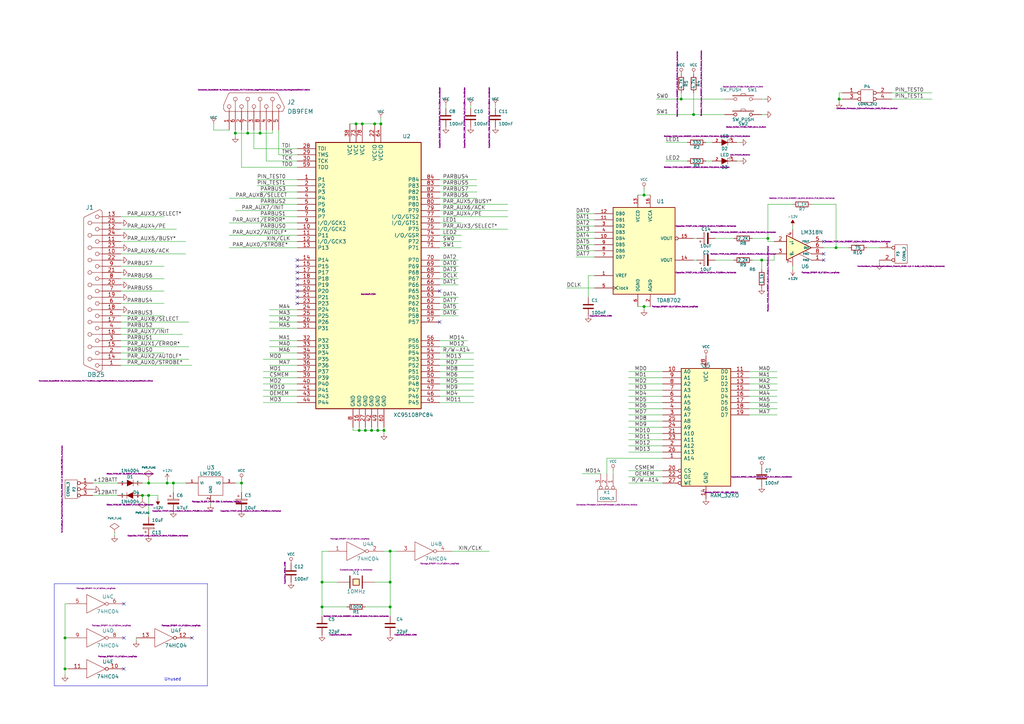
<source format=kicad_sch>
(kicad_sch (version 20220822) (generator eeschema)
  (paper "A3")
  (title_block (title "XC95108PC84 EXPERIMENTATION BOARD") (date "Sun 22 Mar 2015"))
  (junction (at 154.94 176.53) (diameter 1.016))
  (junction (at 68.58 198.12) (diameter 1.016))
  (junction (at 149.86 176.53) (diameter 1.016))
  (junction (at 148.59 50.8) (diameter 1.016))
  (junction (at 26.67 274.32) (diameter 1.016))
  (junction (at 344.17 40.64) (diameter 1.016))
  (junction (at 157.48 176.53) (diameter 1.016))
  (junction (at 152.4 176.53) (diameter 1.016))
  (junction (at 147.32 176.53) (diameter 1.016))
  (junction (at 160.02 248.92) (diameter 1.016))
  (junction (at 264.16 125.73) (diameter 1.016))
  (junction (at 101.6 54.61) (diameter 1.016))
  (junction (at 106.68 54.61) (diameter 1.016))
  (junction (at 60.96 198.12) (diameter 1.016))
  (junction (at 156.21 50.8) (diameter 1.016))
  (junction (at 71.12 198.12) (diameter 1.016))
  (junction (at 146.05 50.8) (diameter 1.016))
  (junction (at 132.08 248.92) (diameter 1.016))
  (junction (at 96.52 54.61) (diameter 1.016))
  (junction (at 342.9 101.6) (diameter 1.016))
  (junction (at 26.67 261.62) (diameter 1.016))
  (junction (at 312.42 106.68) (diameter 1.016))
  (junction (at 284.48 46.99) (diameter 1.016))
  (junction (at 160.02 226.06) (diameter 1.016))
  (junction (at 132.08 238.76) (diameter 1.016))
  (junction (at 279.4 40.64) (diameter 1.016))
  (junction (at 264.16 80.01) (diameter 1.016))
  (junction (at 314.96 97.79) (diameter 1.016))
  (junction (at 99.06 198.12) (diameter 1.016))
  (junction (at 60.96 203.2) (diameter 1.016))
  (junction (at 58.42 203.2) (diameter 1.016))
  (junction (at 160.02 238.76) (diameter 1.016))
  (junction (at 153.67 50.8) (diameter 1.016))
  (no_connect (at 121.92 119.38))
  (no_connect (at 50.8 274.32))
  (no_connect (at 337.82 106.68))
  (no_connect (at 121.92 121.92))
  (no_connect (at 180.34 132.08))
  (no_connect (at 180.34 119.38))
  (no_connect (at 121.92 114.3))
  (no_connect (at 121.92 106.68))
  (no_connect (at 337.82 99.06))
  (no_connect (at 50.8 261.62))
  (no_connect (at 121.92 111.76))
  (no_connect (at 121.92 116.84))
  (no_connect (at 78.74 261.62))
  (no_connect (at 337.82 104.14))
  (no_connect (at 121.92 109.22))
  (no_connect (at 121.92 124.46))
  (no_connect (at 50.8 247.65))
  (wire (pts (xy 105.41 73.66) (xy 121.92 73.66)))
  (wire (pts (xy 93.98 81.28) (xy 121.92 81.28)))
  (wire (pts (xy 153.67 50.8) (xy 156.21 50.8)))
  (wire (pts (xy 342.9 101.6) (xy 347.98 101.6)))
  (polyline (pts (xy 22.225 239.395) (xy 85.09 239.395)))
  (wire (pts (xy 121.92 83.82) (xy 106.68 83.82)))
  (wire (pts (xy 49.53 137.16) (xy 74.93 137.16)))
  (wire (pts (xy 180.34 86.36) (xy 208.28 86.36)))
  (wire (pts (xy 365.76 38.1) (xy 382.27 38.1)))
  (wire (pts (xy 243.84 95.25) (xy 236.22 95.25)))
  (wire (pts (xy 149.86 176.53) (xy 152.4 176.53)))
  (wire (pts (xy 271.78 198.12) (xy 257.81 198.12)))
  (wire (pts (xy 147.32 176.53) (xy 149.86 176.53)))
  (wire (pts (xy 307.34 152.4) (xy 318.77 152.4)))
  (wire (pts (xy 187.96 129.54) (xy 180.34 129.54)))
  (wire (pts (xy 312.42 46.99) (xy 313.69 46.99)))
  (wire (pts (xy 38.1 198.12) (xy 48.26 198.12)))
  (wire (pts (xy 121.92 147.32) (xy 107.95 147.32)))
  (wire (pts (xy 132.08 248.92) (xy 132.08 252.73)))
  (wire (pts (xy 194.31 157.48) (xy 180.34 157.48)))
  (wire (pts (xy 160.02 226.06) (xy 160.02 238.76)))
  (wire (pts (xy 271.78 172.72) (xy 257.81 172.72)))
  (wire (pts (xy 121.92 60.96) (xy 104.14 60.96)))
  (wire (pts (xy 99.06 198.12) (xy 96.52 198.12)))
  (wire (pts (xy 243.84 102.87) (xy 236.22 102.87)))
  (wire (pts (xy 264.16 127) (xy 264.16 125.73)))
  (wire (pts (xy 264.16 80.01) (xy 266.7 80.01)))
  (wire (pts (xy 96.52 54.61) (xy 96.52 55.88)))
  (wire (pts (xy 261.62 125.73) (xy 264.16 125.73)))
  (wire (pts (xy 68.58 196.85) (xy 68.58 198.12)))
  (wire (pts (xy 146.05 50.8) (xy 148.59 50.8)))
  (wire (pts (xy 187.96 127) (xy 180.34 127)))
  (wire (pts (xy 187.96 111.76) (xy 180.34 111.76)))
  (wire (pts (xy 194.31 160.02) (xy 180.34 160.02)))
  (wire (pts (xy 248.92 187.96) (xy 248.92 194.31)))
  (wire (pts (xy 271.78 182.88) (xy 257.81 182.88)))
  (wire (pts (xy 157.48 176.53) (xy 157.48 177.8)))
  (wire (pts (xy 152.4 176.53) (xy 154.94 176.53)))
  (wire (pts (xy 160.02 226.06) (xy 162.56 226.06)))
  (wire (pts (xy 292.1 58.42) (xy 289.56 58.42)))
  (wire (pts (xy 58.42 203.2) (xy 60.96 203.2)))
  (wire (pts (xy 246.38 194.31) (xy 238.76 194.31)))
  (wire (pts (xy 271.78 152.4) (xy 257.81 152.4)))
  (wire (pts (xy 194.31 162.56) (xy 180.34 162.56)))
  (wire (pts (xy 345.44 40.64) (xy 344.17 40.64)))
  (wire (pts (xy 344.17 38.1) (xy 345.44 38.1)))
  (wire (pts (xy 121.92 88.9) (xy 106.68 88.9)))
  (wire (pts (xy 193.04 43.18) (xy 193.04 44.45)))
  (wire (pts (xy 308.61 97.79) (xy 314.96 97.79)))
  (wire (pts (xy 106.68 99.06) (xy 121.92 99.06)))
  (wire (pts (xy 191.77 142.24) (xy 180.34 142.24)))
  (wire (pts (xy 317.5 99.06) (xy 314.96 99.06)))
  (wire (pts (xy 365.76 40.64) (xy 382.27 40.64)))
  (polyline (pts (xy 85.09 239.395) (xy 85.09 281.305)))
  (wire (pts (xy 279.4 38.1) (xy 279.4 40.64)))
  (wire (pts (xy 96.52 53.34) (xy 96.52 54.61)))
  (wire (pts (xy 121.92 93.98) (xy 106.68 93.98)))
  (wire (pts (xy 67.31 114.3) (xy 49.53 114.3)))
  (wire (pts (xy 241.3 113.03) (xy 241.3 121.92)))
  (wire (pts (xy 71.12 198.12) (xy 71.12 201.93)))
  (wire (pts (xy 271.78 193.04) (xy 257.81 193.04)))
  (wire (pts (xy 101.6 54.61) (xy 106.68 54.61)))
  (wire (pts (xy 26.67 247.65) (xy 26.67 261.62)))
  (wire (pts (xy 279.4 40.64) (xy 297.18 40.64)))
  (wire (pts (xy 49.53 99.06) (xy 76.2 99.06)))
  (wire (pts (xy 314.96 83.82) (xy 314.96 97.79)))
  (wire (pts (xy 261.62 80.01) (xy 264.16 80.01)))
  (wire (pts (xy 292.1 66.04) (xy 289.56 66.04)))
  (wire (pts (xy 110.49 149.86) (xy 121.92 149.86)))
  (wire (pts (xy 121.92 162.56) (xy 107.95 162.56)))
  (wire (pts (xy 99.06 53.34) (xy 99.06 68.58)))
  (wire (pts (xy 110.49 127) (xy 121.92 127)))
  (wire (pts (xy 160.02 248.92) (xy 149.86 248.92)))
  (wire (pts (xy 99.06 68.58) (xy 121.92 68.58)))
  (wire (pts (xy 106.68 54.61) (xy 106.68 53.34)))
  (wire (pts (xy 307.34 160.02) (xy 318.77 160.02)))
  (wire (pts (xy 194.31 149.86) (xy 180.34 149.86)))
  (wire (pts (xy 293.37 97.79) (xy 300.99 97.79)))
  (wire (pts (xy 187.96 121.92) (xy 180.34 121.92)))
  (wire (pts (xy 87.63 53.34) (xy 93.98 53.34)))
  (wire (pts (xy 187.96 124.46) (xy 180.34 124.46)))
  (wire (pts (xy 194.31 154.94) (xy 180.34 154.94)))
  (wire (pts (xy 105.41 76.2) (xy 121.92 76.2)))
  (wire (pts (xy 64.77 203.2) (xy 64.77 204.47)))
  (wire (pts (xy 96.52 54.61) (xy 101.6 54.61)))
  (wire (pts (xy 152.4 175.26) (xy 152.4 176.53)))
  (wire (pts (xy 243.84 92.71) (xy 236.22 92.71)))
  (wire (pts (xy 144.78 176.53) (xy 147.32 176.53)))
  (wire (pts (xy 180.34 83.82) (xy 208.28 83.82)))
  (wire (pts (xy 303.53 66.04) (xy 302.26 66.04)))
  (wire (pts (xy 121.92 96.52) (xy 93.98 96.52)))
  (wire (pts (xy 110.49 129.54) (xy 121.92 129.54)))
  (wire (pts (xy 96.52 86.36) (xy 121.92 86.36)))
  (wire (pts (xy 302.26 58.42) (xy 303.53 58.42)))
  (wire (pts (xy 243.84 90.17) (xy 236.22 90.17)))
  (wire (pts (xy 160.02 238.76) (xy 160.02 248.92)))
  (wire (pts (xy 67.31 119.38) (xy 49.53 119.38)))
  (wire (pts (xy 189.23 101.6) (xy 180.34 101.6)))
  (wire (pts (xy 271.78 187.96) (xy 248.92 187.96)))
  (wire (pts (xy 121.92 157.48) (xy 107.95 157.48)))
  (wire (pts (xy 243.84 118.11) (xy 232.41 118.11)))
  (wire (pts (xy 26.67 261.62) (xy 26.67 274.32)))
  (wire (pts (xy 49.53 104.14) (xy 76.2 104.14)))
  (wire (pts (xy 314.96 83.82) (xy 325.12 83.82)))
  (wire (pts (xy 195.58 76.2) (xy 180.34 76.2)))
  (wire (pts (xy 180.34 88.9) (xy 208.28 88.9)))
  (wire (pts (xy 121.92 66.04) (xy 109.22 66.04)))
  (wire (pts (xy 187.96 116.84) (xy 180.34 116.84)))
  (wire (pts (xy 307.34 165.1) (xy 318.77 165.1)))
  (wire (pts (xy 312.42 106.68) (xy 317.5 106.68)))
  (wire (pts (xy 195.58 78.74) (xy 180.34 78.74)))
  (wire (pts (xy 67.31 124.46) (xy 49.53 124.46)))
  (wire (pts (xy 271.78 175.26) (xy 257.81 175.26)))
  (wire (pts (xy 271.78 160.02) (xy 257.81 160.02)))
  (wire (pts (xy 121.92 165.1) (xy 107.95 165.1)))
  (wire (pts (xy 132.08 238.76) (xy 132.08 248.92)))
  (wire (pts (xy 195.58 73.66) (xy 180.34 73.66)))
  (wire (pts (xy 49.53 93.98) (xy 72.39 93.98)))
  (wire (pts (xy 308.61 106.68) (xy 312.42 106.68)))
  (wire (pts (xy 281.94 58.42) (xy 273.05 58.42)))
  (wire (pts (xy 99.06 196.85) (xy 99.06 198.12)))
  (wire (pts (xy 114.3 63.5) (xy 114.3 53.34)))
  (wire (pts (xy 180.34 93.98) (xy 208.28 93.98)))
  (wire (pts (xy 121.92 160.02) (xy 107.95 160.02)))
  (wire (pts (xy 313.69 40.64) (xy 312.42 40.64)))
  (wire (pts (xy 67.31 129.54) (xy 49.53 129.54)))
  (wire (pts (xy 49.53 142.24) (xy 77.47 142.24)))
  (wire (pts (xy 67.31 109.22) (xy 49.53 109.22)))
  (wire (pts (xy 147.32 175.26) (xy 147.32 176.53)))
  (wire (pts (xy 67.31 134.62) (xy 49.53 134.62)))
  (wire (pts (xy 271.78 157.48) (xy 257.81 157.48)))
  (wire (pts (xy 142.24 248.92) (xy 132.08 248.92)))
  (wire (pts (xy 185.42 226.06) (xy 200.66 226.06)))
  (wire (pts (xy 271.78 180.34) (xy 257.81 180.34)))
  (wire (pts (xy 71.12 198.12) (xy 76.2 198.12)))
  (wire (pts (xy 67.31 88.9) (xy 49.53 88.9)))
  (wire (pts (xy 60.96 198.12) (xy 68.58 198.12)))
  (wire (pts (xy 317.5 106.68) (xy 317.5 104.14)))
  (wire (pts (xy 195.58 81.28) (xy 180.34 81.28)))
  (wire (pts (xy 182.88 44.45) (xy 182.88 43.18)))
  (wire (pts (xy 48.26 203.2) (xy 38.1 203.2)))
  (wire (pts (xy 149.86 175.26) (xy 149.86 176.53)))
  (wire (pts (xy 153.67 238.76) (xy 160.02 238.76)))
  (wire (pts (xy 337.82 101.6) (xy 342.9 101.6)))
  (wire (pts (xy 187.96 114.3) (xy 180.34 114.3)))
  (wire (pts (xy 101.6 53.34) (xy 101.6 54.61)))
  (wire (pts (xy 46.99 219.71) (xy 46.99 218.44)))
  (wire (pts (xy 189.23 91.44) (xy 180.34 91.44)))
  (wire (pts (xy 187.96 109.22) (xy 180.34 109.22)))
  (wire (pts (xy 67.31 144.78) (xy 49.53 144.78)))
  (wire (pts (xy 325.12 110.49) (xy 325.12 109.22)))
  (wire (pts (xy 60.96 196.85) (xy 60.96 198.12)))
  (wire (pts (xy 58.42 204.47) (xy 58.42 203.2)))
  (wire (pts (xy 58.42 198.12) (xy 60.96 198.12)))
  (wire (pts (xy 157.48 175.26) (xy 157.48 176.53)))
  (wire (pts (xy 148.59 50.8) (xy 153.67 50.8)))
  (wire (pts (xy 203.2 43.18) (xy 203.2 44.45)))
  (wire (pts (xy 132.08 226.06) (xy 132.08 238.76)))
  (wire (pts (xy 160.02 248.92) (xy 160.02 252.73)))
  (wire (pts (xy 271.78 195.58) (xy 257.81 195.58)))
  (wire (pts (xy 55.88 262.89) (xy 55.88 261.62)))
  (wire (pts (xy 132.08 238.76) (xy 138.43 238.76)))
  (wire (pts (xy 121.92 152.4) (xy 107.95 152.4)))
  (wire (pts (xy 87.63 53.34) (xy 87.63 50.8)))
  (wire (pts (xy 285.75 97.79) (xy 284.48 97.79)))
  (wire (pts (xy 271.78 167.64) (xy 257.81 167.64)))
  (wire (pts (xy 344.17 38.1) (xy 344.17 40.64)))
  (wire (pts (xy 269.24 40.64) (xy 279.4 40.64)))
  (wire (pts (xy 49.53 147.32) (xy 77.47 147.32)))
  (wire (pts (xy 121.92 91.44) (xy 93.98 91.44)))
  (wire (pts (xy 60.96 203.2) (xy 64.77 203.2)))
  (wire (pts (xy 121.92 63.5) (xy 114.3 63.5)))
  (wire (pts (xy 332.74 83.82) (xy 342.9 83.82)))
  (wire (pts (xy 194.31 144.78) (xy 180.34 144.78)))
  (polyline (pts (xy 85.09 281.305) (xy 22.225 281.305)))
  (wire (pts (xy 307.34 170.18) (xy 318.77 170.18)))
  (wire (pts (xy 121.92 154.94) (xy 107.95 154.94)))
  (wire (pts (xy 307.34 154.94) (xy 318.77 154.94)))
  (wire (pts (xy 355.6 101.6) (xy 360.68 101.6)))
  (wire (pts (xy 243.84 113.03) (xy 241.3 113.03)))
  (wire (pts (xy 143.51 50.8) (xy 146.05 50.8)))
  (wire (pts (xy 60.96 203.2) (xy 60.96 212.09)))
  (wire (pts (xy 271.78 177.8) (xy 257.81 177.8)))
  (wire (pts (xy 110.49 139.7) (xy 121.92 139.7)))
  (wire (pts (xy 110.49 142.24) (xy 121.92 142.24)))
  (wire (pts (xy 307.34 162.56) (xy 318.77 162.56)))
  (wire (pts (xy 111.76 54.61) (xy 111.76 53.34)))
  (wire (pts (xy 26.67 247.65) (xy 27.94 247.65)))
  (wire (pts (xy 109.22 66.04) (xy 109.22 53.34)))
  (wire (pts (xy 271.78 170.18) (xy 257.81 170.18)))
  (wire (pts (xy 271.78 165.1) (xy 257.81 165.1)))
  (wire (pts (xy 106.68 54.61) (xy 111.76 54.61)))
  (polyline (pts (xy 22.225 239.395) (xy 22.225 281.305)))
  (wire (pts (xy 300.99 106.68) (xy 293.37 106.68)))
  (wire (pts (xy 194.31 165.1) (xy 180.34 165.1)))
  (wire (pts (xy 284.48 46.99) (xy 297.18 46.99)))
  (wire (pts (xy 104.14 60.96) (xy 104.14 53.34)))
  (wire (pts (xy 360.68 107.95) (xy 360.68 106.68)))
  (wire (pts (xy 243.84 100.33) (xy 236.22 100.33)))
  (wire (pts (xy 154.94 176.53) (xy 157.48 176.53)))
  (wire (pts (xy 243.84 105.41) (xy 236.22 105.41)))
  (wire (pts (xy 156.21 50.8) (xy 156.21 48.26)))
  (wire (pts (xy 99.06 198.12) (xy 99.06 201.93)))
  (wire (pts (xy 93.98 101.6) (xy 121.92 101.6)))
  (wire (pts (xy 194.31 147.32) (xy 180.34 147.32)))
  (wire (pts (xy 121.92 78.74) (xy 106.68 78.74)))
  (wire (pts (xy 344.17 40.64) (xy 344.17 41.91)))
  (wire (pts (xy 271.78 185.42) (xy 257.81 185.42)))
  (wire (pts (xy 264.16 125.73) (xy 266.7 125.73)))
  (wire (pts (xy 26.67 274.32) (xy 26.67 276.86)))
  (wire (pts (xy 49.53 132.08) (xy 77.47 132.08)))
  (wire (pts (xy 110.49 144.78) (xy 121.92 144.78)))
  (wire (pts (xy 189.23 99.06) (xy 180.34 99.06)))
  (wire (pts (xy 194.31 152.4) (xy 180.34 152.4)))
  (wire (pts (xy 312.42 106.68) (xy 312.42 110.49)))
  (wire (pts (xy 314.96 97.79) (xy 314.96 99.06)))
  (wire (pts (xy 325.12 92.71) (xy 325.12 93.98)))
  (wire (pts (xy 271.78 162.56) (xy 257.81 162.56)))
  (wire (pts (xy 187.96 106.68) (xy 180.34 106.68)))
  (wire (pts (xy 132.08 226.06) (xy 134.62 226.06)))
  (wire (pts (xy 307.34 157.48) (xy 318.77 157.48)))
  (wire (pts (xy 110.49 134.62) (xy 121.92 134.62)))
  (wire (pts (xy 27.94 261.62) (xy 26.67 261.62)))
  (wire (pts (xy 49.53 149.86) (xy 78.74 149.86)))
  (wire (pts (xy 154.94 175.26) (xy 154.94 176.53)))
  (wire (pts (xy 157.48 226.06) (xy 160.02 226.06)))
  (wire (pts (xy 86.36 207.01) (xy 86.36 205.74)))
  (wire (pts (xy 26.67 274.32) (xy 27.94 274.32)))
  (wire (pts (xy 243.84 87.63) (xy 236.22 87.63)))
  (wire (pts (xy 264.16 80.01) (xy 264.16 77.47)))
  (wire (pts (xy 271.78 154.94) (xy 257.81 154.94)))
  (wire (pts (xy 285.75 106.68) (xy 284.48 106.68)))
  (wire (pts (xy 243.84 97.79) (xy 236.22 97.79)))
  (wire (pts (xy 191.77 139.7) (xy 180.34 139.7)))
  (wire (pts (xy 110.49 132.08) (xy 121.92 132.08)))
  (wire (pts (xy 68.58 198.12) (xy 71.12 198.12)))
  (wire (pts (xy 251.46 193.04) (xy 251.46 194.31)))
  (wire (pts (xy 189.23 96.52) (xy 180.34 96.52)))
  (wire (pts (xy 342.9 83.82) (xy 342.9 101.6)))
  (wire (pts (xy 307.34 167.64) (xy 318.77 167.64)))
  (wire (pts (xy 281.94 66.04) (xy 273.05 66.04)))
  (wire (pts (xy 144.78 175.26) (xy 144.78 176.53)))
  (wire (pts (xy 269.24 46.99) (xy 284.48 46.99)))
  (wire (pts (xy 284.48 46.99) (xy 284.48 38.1)))
  (wire (pts (xy 67.31 139.7) (xy 49.53 139.7)))
  (text "Unused" (at 67.31 279.4 0) (effects (font (size 1.27 1.27)) (justify left bottom)))
  (label "PARBUS2" (at 106.68 83.82 0) (effects (font (size 1.524 1.524))))
  (label "MA4" (at 311.15 162.56 0) (effects (font (size 1.524 1.524))))
  (label "PIN_TEST1" (at 367.03 40.64 0) (effects (font (size 1.524 1.524))))
  (label "MD1" (at 110.49 152.4 0) (effects (font (size 1.524 1.524))))
  (label "MA1" (at 114.3 139.7 0) (effects (font (size 1.524 1.524))))
  (label "PARBUS1" (at 106.68 88.9 0) (effects (font (size 1.524 1.524))))
  (label "+12BATT" (at 38.1 198.12 0) (effects (font (size 1.524 1.524))))
  (label "PAR_AUX8/SELECT" (at 52.07 132.08 0) (effects (font (size 1.524 1.524))))
  (label "MD2" (at 260.35 157.48 0) (effects (font (size 1.524 1.524))))
  (label "DAT7" (at 236.22 105.41 0) (effects (font (size 1.524 1.524))))
  (label "MD14" (at 184.15 139.7 0) (effects (font (size 1.524 1.524))))
  (label "PARBUS4" (at 181.61 73.66 0) (effects (font (size 1.524 1.524))))
  (label "MD4" (at 260.35 162.56 0) (effects (font (size 1.524 1.524))))
  (label "PARBUS5" (at 52.07 119.38 0) (effects (font (size 1.524 1.524))))
  (label "TDO" (at 115.57 68.58 0) (effects (font (size 1.524 1.524))))
  (label "TCK" (at 115.57 66.04 0) (effects (font (size 1.524 1.524))))
  (label "MD14" (at 240.03 194.31 0) (effects (font (size 1.524 1.524))))
  (label "MD2" (at 110.49 157.48 0) (effects (font (size 1.524 1.524))))
  (label "PAR_AUX7/INIT" (at 52.07 137.16 0) (effects (font (size 1.524 1.524))))
  (label "MD0" (at 110.49 147.32 0) (effects (font (size 1.524 1.524))))
  (label "DAT0" (at 181.61 109.22 0) (effects (font (size 1.524 1.524))))
  (label "OEMEM" (at 110.49 162.56 0) (effects (font (size 1.524 1.524))))
  (label "MA0" (at 114.3 142.24 0) (effects (font (size 1.524 1.524))))
  (label "XIN/CLK" (at 187.96 226.06 0) (effects (font (size 1.524 1.524))))
  (label "LED1" (at 181.61 91.44 0) (effects (font (size 1.524 1.524))))
  (label "SW1" (at 269.24 46.99 0) (effects (font (size 1.524 1.524))))
  (label "CSMEM" (at 110.49 154.94 0) (effects (font (size 1.524 1.524))))
  (label "DCLK" (at 232.41 118.11 0) (effects (font (size 1.524 1.524))))
  (label "MD9" (at 182.88 160.02 0) (effects (font (size 1.524 1.524))))
  (label "SW1" (at 181.61 101.6 0) (effects (font (size 1.524 1.524))))
  (label "PAR_AUX5/BUSY*" (at 52.07 99.06 0) (effects (font (size 1.524 1.524))))
  (label "MA6" (at 114.3 144.78 0) (effects (font (size 1.524 1.524))))
  (label "PAR_AUX7/INIT" (at 99.06 86.36 0) (effects (font (size 1.524 1.524))))
  (label "PAR_AUX5/BUSY*" (at 181.61 83.82 0) (effects (font (size 1.524 1.524))))
  (label "MA2" (at 311.15 157.48 0) (effects (font (size 1.524 1.524))))
  (label "PARBUS6" (at 181.61 81.28 0) (effects (font (size 1.524 1.524))))
  (label "MA0" (at 311.15 152.4 0) (effects (font (size 1.524 1.524))))
  (label "MA4" (at 114.3 127 0) (effects (font (size 1.524 1.524))))
  (label "PARBUS0" (at 106.68 93.98 0) (effects (font (size 1.524 1.524))))
  (label "DAT5" (at 236.22 100.33 0) (effects (font (size 1.524 1.524))))
  (label "OEMEM" (at 260.35 195.58 0) (effects (font (size 1.524 1.524))))
  (label "PAR_AUX6/ACK" (at 181.61 86.36 0) (effects (font (size 1.524 1.524))))
  (label "MD5" (at 260.35 165.1 0) (effects (font (size 1.524 1.524))))
  (label "PARBUS2" (at 52.07 134.62 0) (effects (font (size 1.524 1.524))))
  (label "-12BATT" (at 38.1 203.2 0) (effects (font (size 1.524 1.524))))
  (label "MA6" (at 311.15 167.64 0) (effects (font (size 1.524 1.524))))
  (label "DAT7" (at 181.61 124.46 0) (effects (font (size 1.524 1.524))))
  (label "MA5" (at 311.15 165.1 0) (effects (font (size 1.524 1.524))))
  (label "PARBUS3" (at 106.68 78.74 0) (effects (font (size 1.524 1.524))))
  (label "DAT0" (at 236.22 87.63 0) (effects (font (size 1.524 1.524))))
  (label "MD9" (at 260.35 175.26 0) (effects (font (size 1.524 1.524))))
  (label "PIN_TEST1" (at 105.41 76.2 0) (effects (font (size 1.524 1.524))))
  (label "PARBUS3" (at 52.07 129.54 0) (effects (font (size 1.524 1.524))))
  (label "PARBUS7" (at 181.61 78.74 0) (effects (font (size 1.524 1.524))))
  (label "MD13" (at 182.88 147.32 0) (effects (font (size 1.524 1.524))))
  (label "PARBUS4" (at 52.07 124.46 0) (effects (font (size 1.524 1.524))))
  (label "PAR_AUX8/SELECT" (at 96.52 81.28 0) (effects (font (size 1.524 1.524))))
  (label "DAT3" (at 181.61 111.76 0) (effects (font (size 1.524 1.524))))
  (label "PAR_AUX3/SELECT*" (at 181.61 93.98 0) (effects (font (size 1.524 1.524))))
  (label "DAT1" (at 236.22 90.17 0) (effects (font (size 1.524 1.524))))
  (label "PAR_AUX6/ACK" (at 52.07 104.14 0) (effects (font (size 1.524 1.524))))
  (label "DAT4" (at 181.61 121.92 0) (effects (font (size 1.524 1.524))))
  (label "R/W-A14" (at 181.61 144.78 0) (effects (font (size 1.524 1.524))))
  (label "PAR_AUX3/SELECT*" (at 52.07 88.9 0) (effects (font (size 1.524 1.524))))
  (label "MD3" (at 260.35 160.02 0) (effects (font (size 1.524 1.524))))
  (label "DAT4" (at 236.22 97.79 0) (effects (font (size 1.524 1.524))))
  (label "MD0" (at 260.35 152.4 0) (effects (font (size 1.524 1.524))))
  (label "PARBUS0" (at 52.07 144.78 0) (effects (font (size 1.524 1.524))))
  (label "LED2" (at 273.05 66.04 0) (effects (font (size 1.524 1.524))))
  (label "MA3" (at 311.15 160.02 0) (effects (font (size 1.524 1.524))))
  (label "PAR_AUX4/PE" (at 181.61 88.9 0) (effects (font (size 1.524 1.524))))
  (label "MA7" (at 114.3 149.86 0) (effects (font (size 1.524 1.524))))
  (label "LED2" (at 181.61 96.52 0) (effects (font (size 1.524 1.524))))
  (label "MA7" (at 311.15 170.18 0) (effects (font (size 1.524 1.524))))
  (label "PARBUS7" (at 52.07 109.22 0) (effects (font (size 1.524 1.524))))
  (label "MD7" (at 182.88 149.86 0) (effects (font (size 1.524 1.524))))
  (label "DAT5" (at 181.61 127 0) (effects (font (size 1.524 1.524))))
  (label "PARBUS6" (at 52.07 114.3 0) (effects (font (size 1.524 1.524))))
  (label "DAT6" (at 181.61 129.54 0) (effects (font (size 1.524 1.524))))
  (label "MD7" (at 260.35 170.18 0) (effects (font (size 1.524 1.524))))
  (label "DAT3" (at 236.22 95.25 0) (effects (font (size 1.524 1.524))))
  (label "DAT1" (at 181.61 116.84 0) (effects (font (size 1.524 1.524))))
  (label "PAR_AUX2/AUTOLF*" (at 52.07 147.32 0) (effects (font (size 1.524 1.524))))
  (label "MD1" (at 260.35 154.94 0) (effects (font (size 1.524 1.524))))
  (label "MA5" (at 114.3 134.62 0) (effects (font (size 1.524 1.524))))
  (label "PARBUS5" (at 181.61 76.2 0) (effects (font (size 1.524 1.524))))
  (label "MA2" (at 114.3 132.08 0) (effects (font (size 1.524 1.524))))
  (label "MD4" (at 182.88 162.56 0) (effects (font (size 1.524 1.524))))
  (label "MD11" (at 260.35 180.34 0) (effects (font (size 1.524 1.524))))
  (label "PAR_AUX2/AUTOLF*" (at 95.25 96.52 0) (effects (font (size 1.524 1.524))))
  (label "PIN_TEST0" (at 105.41 73.66 0) (effects (font (size 1.524 1.524))))
  (label "MD6" (at 182.88 154.94 0) (effects (font (size 1.524 1.524))))
  (label "MD8" (at 182.88 152.4 0) (effects (font (size 1.524 1.524))))
  (label "MD8" (at 260.35 172.72 0) (effects (font (size 1.524 1.524))))
  (label "TDI" (at 115.57 60.96 0) (effects (font (size 1.524 1.524))))
  (label "MD6" (at 260.35 167.64 0) (effects (font (size 1.524 1.524))))
  (label "SW0" (at 181.61 99.06 0) (effects (font (size 1.524 1.524))))
  (label "DAT2" (at 236.22 92.71 0) (effects (font (size 1.524 1.524))))
  (label "MD5" (at 182.88 157.48 0) (effects (font (size 1.524 1.524))))
  (label "MD12" (at 260.35 182.88 0) (effects (font (size 1.524 1.524))))
  (label "MD12" (at 184.15 142.24 0) (effects (font (size 1.524 1.524))))
  (label "MD10" (at 260.35 177.8 0) (effects (font (size 1.524 1.524))))
  (label "MD13" (at 260.35 185.42 0) (effects (font (size 1.524 1.524))))
  (label "PAR_AUX1/ERROR*" (at 95.25 91.44 0) (effects (font (size 1.524 1.524))))
  (label "PAR_AUX1/ERROR*" (at 52.07 142.24 0) (effects (font (size 1.524 1.524))))
  (label "MA1" (at 311.15 154.94 0) (effects (font (size 1.524 1.524))))
  (label "LED1" (at 273.05 58.42 0) (effects (font (size 1.524 1.524))))
  (label "R/W-A14" (at 259.08 198.12 0) (effects (font (size 1.524 1.524))))
  (label "PARBUS1" (at 52.07 139.7 0) (effects (font (size 1.524 1.524))))
  (label "CSMEM" (at 260.35 193.04 0) (effects (font (size 1.524 1.524))))
  (label "PAR_AUX0/STROBE*" (at 52.07 149.86 0) (effects (font (size 1.524 1.524))))
  (label "XIN/CLK" (at 109.22 99.06 0) (effects (font (size 1.524 1.524))))
  (label "MD10" (at 110.49 160.02 0) (effects (font (size 1.524 1.524))))
  (label "SW0" (at 269.24 40.64 0) (effects (font (size 1.524 1.524))))
  (label "DAT6" (at 236.22 102.87 0) (effects (font (size 1.524 1.524))))
  (label "DAT2" (at 181.61 106.68 0) (effects (font (size 1.524 1.524))))
  (label "PAR_AUX0/STROBE*" (at 95.25 101.6 0) (effects (font (size 1.524 1.524))))
  (label "PIN_TEST0" (at 367.03 38.1 0) (effects (font (size 1.524 1.524))))
  (label "MA3" (at 114.3 129.54 0) (effects (font (size 1.524 1.524))))
  (label "DCLK" (at 181.61 114.3 0) (effects (font (size 1.524 1.524))))
  (label "MD3" (at 110.49 165.1 0) (effects (font (size 1.524 1.524))))
  (label "TMS" (at 115.57 63.5 0) (effects (font (size 1.524 1.524))))
  (label "MD11" (at 182.88 165.1 0) (effects (font (size 1.524 1.524))))
  (label "PAR_AUX4/PE" (at 52.07 93.98 0) (effects (font (size 1.524 1.524))))
  (symbol (lib_id "carte_test_schlib:TDA8702") (at 264.16 102.87 0) (unit 1)
    (default_instance (reference "U") (unit 1) (value "") (footprint ""))
    (property "Reference" "U1" (at 269.24 82.55 0) (effects (font (size 1.524 1.524)) (justify left)))
    (property "Value" "TDA8702" (at 269.24 123.19 0) (effects (font (size 1.524 1.524)) (justify left)))
    (property "Footprint" "Package_DIP:DIP-16_W7.62mm_Socket_LongPads" (at 276.86 125.73 0) (effects (font (size 0.508 0.508))))
  )
  (symbol (lib_id "carte_test_schlib:VCC") (at 264.16 77.47 0) (unit 1)
    (default_instance (reference "U") (unit 1) (value "") (footprint ""))
    (property "Reference" "#PWR046" (effects hide))
    (property "Value" "VCC" (at 264.16 73.66 0) (effects (font (size 1.016 1.016))))
  )
  (symbol (lib_id "carte_test_schlib:GND") (at 132.08 260.35 0) (unit 1)
    (default_instance (reference "U") (unit 1) (value "") (footprint ""))
    (property "Reference" "#PWR048" (effects hide))
    (property "Value" "GND" (effects hide))
  )
  (symbol (lib_id "carte_test_schlib:GND") (at 264.16 127 0) (unit 1)
    (default_instance (reference "U") (unit 1) (value "") (footprint ""))
    (property "Reference" "#PWR044" (effects hide))
    (property "Value" "GND" (effects hide))
  )
  (symbol (lib_id "carte_test_schlib:C") (at 241.3 125.73 0) (unit 1)
    (default_instance (reference "U") (unit 1) (value "") (footprint ""))
    (property "Reference" "C1" (at 242.57 123.19 0) (effects (justify left)))
    (property "Value" "100nF" (at 242.57 128.27 0) (effects (justify left)))
    (property "Footprint" "Capacitors_SMD:C_1206" (at 246.38 129.54 0) (effects (font (size 0.508 0.508))))
  )
  (symbol (lib_id "carte_test_schlib:GND") (at 241.3 129.54 0) (unit 1)
    (default_instance (reference "U") (unit 1) (value "") (footprint ""))
    (property "Reference" "#PWR043" (effects hide))
    (property "Value" "GND" (effects hide))
  )
  (symbol (lib_id "carte_test_schlib:CP") (at 289.56 106.68 90) (unit 1)
    (default_instance (reference "U") (unit 1) (value "") (footprint ""))
    (property "Reference" "C2" (at 289.56 102.87 90) (effects (justify bottom)))
    (property "Value" "10uF" (at 289.56 110.49 90))
    (property "Footprint" "Capacitor_THT:CP_Axial_L10.0mm_D4.5mm_P15.00mm_Horizontal" (at 289.56 111.76 90) (effects (font (size 0.508 0.508))))
  )
  (symbol (lib_id "carte_test_schlib:CP") (at 99.06 205.74 0) (unit 1)
    (default_instance (reference "U") (unit 1) (value "") (footprint ""))
    (property "Reference" "C3" (at 100.33 203.2 0) (effects (justify left)))
    (property "Value" "10uF" (at 100.33 208.28 0) (effects (justify left)))
    (property "Footprint" "Capacitor_THT:CP_Axial_L10.0mm_D4.5mm_P15.00mm_Horizontal" (at 102.87 209.55 0) (effects (font (size 0.508 0.508))))
  )
  (symbol (lib_id "carte_test_schlib:GND") (at 99.06 209.55 0) (unit 1)
    (default_instance (reference "U") (unit 1) (value "") (footprint ""))
    (property "Reference" "#PWR042" (effects hide))
    (property "Value" "GND" (effects hide))
  )
  (symbol (lib_id "carte_test_schlib:GND") (at 96.52 55.88 0) (unit 1)
    (default_instance (reference "U") (unit 1) (value "") (footprint ""))
    (property "Reference" "#PWR040" (effects hide))
    (property "Value" "GND" (effects hide))
  )
  (symbol (lib_id "carte_test_schlib:CRYSTAL") (at 146.05 238.76 0) (unit 1)
    (default_instance (reference "U") (unit 1) (value "") (footprint ""))
    (property "Reference" "X1" (at 146.05 234.95 0) (effects (font (size 1.524 1.524))))
    (property "Value" "10MHz" (at 146.05 242.57 0) (effects (font (size 1.524 1.524))))
    (property "Footprint" "Crystal:Crystal_HC18-U_Horizontal" (at 146.05 233.68 0) (effects (font (size 0.508 0.508))))
  )
  (symbol (lib_id "carte_test_schlib:C") (at 160.02 256.54 0) (unit 1)
    (default_instance (reference "U") (unit 1) (value "") (footprint ""))
    (property "Reference" "C4" (at 162.56 254 0) (effects (justify left)))
    (property "Value" "22pF" (at 162.56 259.08 0) (effects (justify left)))
    (property "Footprint" "Capacitors_SMD:C_1206" (at 166.37 260.35 0) (effects (font (size 0.508 0.508))))
  )
  (symbol (lib_id "carte_test_schlib:R") (at 146.05 248.92 270) (unit 1)
    (default_instance (reference "U") (unit 1) (value "") (footprint ""))
    (property "Reference" "R1" (at 146.05 250.952 90))
    (property "Value" "100K" (at 146.05 248.92 90))
    (property "Footprint" "Resistor_THT:R_Axial_DIN0207_L6.3mm_D2.5mm_P10.16mm_Horizontal" (at 146.05 252.73 90) (effects (font (size 0.508 0.508))))
  )
  (symbol (lib_id "carte_test_schlib:LM7805") (at 86.36 199.39 0) (unit 1)
    (default_instance (reference "U") (unit 1) (value "") (footprint ""))
    (property "Reference" "U3" (at 86.36 191.77 0) (effects (font (size 1.524 1.524))))
    (property "Value" "LM7805" (at 86.36 194.31 0) (effects (font (size 1.524 1.524))))
    (property "Footprint" "Package_TO_SOT_THT:TO-220-3_Horizontal_TabDown" (at 88.9 205.74 0) (effects (font (size 0.508 0.508))))
  )
  (symbol (lib_id "carte_test_schlib:GND") (at 86.36 207.01 0) (unit 1)
    (default_instance (reference "U") (unit 1) (value "") (footprint ""))
    (property "Reference" "#PWR038" (effects hide))
    (property "Value" "GND" (effects hide))
  )
  (symbol (lib_id "carte_test_schlib:VCC") (at 99.06 196.85 0) (unit 1)
    (default_instance (reference "U") (unit 1) (value "") (footprint ""))
    (property "Reference" "#PWR037" (effects hide))
    (property "Value" "VCC" (at 99.06 193.04 0) (effects (font (size 1.016 1.016))))
  )
  (symbol (lib_id "carte_test_schlib:CONN_3") (at 29.21 200.66 0) (mirror y) (unit 1)
    (default_instance (reference "U") (unit 1) (value "") (footprint ""))
    (property "Reference" "P2" (at 30.4292 200.66 90) (effects (font (size 1.016 1.016))))
    (property "Value" "CONN_3" (at 27.94 200.66 90) (effects (font (size 1.016 1.016))))
    (property "Footprint" "TerminalBlock_Phoenix:TerminalBlock_Phoenix_MKDS-1,5-3-5.08_1x03_P5.08mm_Horizontal" (at 25.4 200.66 90) (effects (font (size 0.508 0.508))))
  )
  (symbol (lib_id "carte_test_schlib:GND") (at 38.1 200.66 90) (unit 1)
    (default_instance (reference "U") (unit 1) (value "") (footprint ""))
    (property "Reference" "#PWR036" (effects hide))
    (property "Value" "GND" (effects hide))
  )
  (symbol (lib_id "carte_test_schlib:DIODE") (at 53.34 198.12 0) (unit 1)
    (default_instance (reference "U") (unit 1) (value "") (footprint ""))
    (property "Reference" "D1" (at 53.34 195.58 0))
    (property "Value" "1N4004" (at 53.34 193.04 0))
    (property "Footprint" "Diode_THT:D_DO-35_SOD27_P12.70mm_Horizontal" (at 53.34 194.31 0) (effects (font (size 0.508 0.508))))
  )
  (symbol (lib_id "carte_test_schlib:CP") (at 71.12 205.74 0) (unit 1)
    (default_instance (reference "U") (unit 1) (value "") (footprint ""))
    (property "Reference" "C6" (at 72.39 203.2 0) (effects (justify left)))
    (property "Value" "47uF" (at 72.39 208.28 0) (effects (justify left)))
    (property "Footprint" "Capacitor_THT:CP_Axial_L10.0mm_D4.5mm_P15.00mm_Horizontal" (at 74.93 209.55 0) (effects (font (size 0.508 0.508))))
  )
  (symbol (lib_id "carte_test_schlib:GND") (at 71.12 209.55 0) (unit 1)
    (default_instance (reference "U") (unit 1) (value "") (footprint ""))
    (property "Reference" "#PWR035" (effects hide))
    (property "Value" "GND" (effects hide))
  )
  (symbol (lib_id "carte_test_schlib:CONN_2") (at 369.57 104.14 0) (unit 1)
    (default_instance (reference "U") (unit 1) (value "") (footprint ""))
    (property "Reference" "P3" (at 368.3 104.14 90) (effects (font (size 1.016 1.016))))
    (property "Value" "CONN_2" (at 370.84 104.14 90) (effects (font (size 1.016 1.016))))
    (property "Footprint" "TerminalBlock_Phoenix:TerminalBlock_Phoenix_MKDS-1,5-2-5.08_1x02_P5.08mm_Horizontal" (at 369.57 109.22 0) (effects (font (size 0.508 0.508))))
  )
  (symbol (lib_id "carte_test_schlib:PWR_FLAG") (at 46.99 218.44 0) (unit 1)
    (default_instance (reference "U") (unit 1) (value "") (footprint ""))
    (property "Reference" "#FLG032" (effects hide))
    (property "Value" "PWR_FLAG" (at 46.99 212.598 0) (effects (font (size 0.762 0.762))))
  )
  (symbol (lib_id "carte_test_schlib:74HC04") (at 146.05 226.06 0) (unit 1)
    (default_instance (reference "U") (unit 1) (value "") (footprint ""))
    (property "Reference" "U4" (at 151.003 223.139 0) (effects (font (size 1.524 1.524))))
    (property "Value" "74HC04" (at 150.876 229.2096 0) (effects (font (size 1.524 1.524))))
    (property "Footprint" "Package_DIP:DIP-14_W7.62mm_LongPads" (at 143.51 220.98 0) (effects (font (size 0.508 0.508))))
  )
  (symbol (lib_id "carte_test_schlib:74HC04") (at 173.99 226.06 0) (unit 2)
    (default_instance (reference "U") (unit 1) (value "") (footprint ""))
    (property "Reference" "U4" (at 178.943 223.139 0) (effects (font (size 1.524 1.524))))
    (property "Value" "74HC04" (at 178.816 229.2096 0) (effects (font (size 1.524 1.524))))
    (property "Footprint" "Package_DIP:DIP-14_W7.62mm_LongPads" (at 180.34 231.14 0) (effects (font (size 0.508 0.508))))
  )
  (symbol (lib_id "carte_test_schlib:74HC04") (at 39.37 247.65 0) (unit 3)
    (default_instance (reference "U") (unit 1) (value "") (footprint ""))
    (property "Reference" "U4" (at 44.323 244.729 0) (effects (font (size 1.524 1.524))))
    (property "Value" "74HC04" (at 44.196 250.7996 0) (effects (font (size 1.524 1.524))))
    (property "Footprint" "Package_DIP:DIP-14_W7.62mm_LongPads" (at 39.37 241.3 0) (effects (font (size 0.508 0.508))))
  )
  (symbol (lib_id "carte_test_schlib:74HC04") (at 39.37 261.62 0) (unit 4)
    (default_instance (reference "U") (unit 1) (value "") (footprint ""))
    (property "Reference" "U4" (at 44.323 258.699 0) (effects (font (size 1.524 1.524))))
    (property "Value" "74HC04" (at 44.196 264.7696 0) (effects (font (size 1.524 1.524))))
    (property "Footprint" "Package_DIP:DIP-14_W7.62mm_LongPads" (at 45.72 256.54 0) (effects (font (size 0.508 0.508))))
  )
  (symbol (lib_id "carte_test_schlib:74HC04") (at 39.37 274.32 0) (unit 5)
    (default_instance (reference "U") (unit 1) (value "") (footprint ""))
    (property "Reference" "U4" (at 44.323 271.399 0) (effects (font (size 1.524 1.524))))
    (property "Value" "74HC04" (at 44.196 277.4696 0) (effects (font (size 1.524 1.524))))
    (property "Footprint" "Package_DIP:DIP-14_W7.62mm_LongPads" (at 48.26 269.24 0) (effects (font (size 0.508 0.508))))
  )
  (symbol (lib_id "carte_test_schlib:74HC04") (at 67.31 261.62 0) (unit 6)
    (default_instance (reference "U") (unit 1) (value "") (footprint ""))
    (property "Reference" "U4" (at 72.263 258.699 0) (effects (font (size 1.524 1.524))))
    (property "Value" "74HC04" (at 72.136 264.7696 0) (effects (font (size 1.524 1.524))))
    (property "Footprint" "Package_DIP:DIP-14_W7.62mm_LongPads" (at 74.295 256.54 0) (effects (font (size 0.508 0.508))))
  )
  (symbol (lib_id "carte_test_schlib:GND") (at 26.67 276.86 0) (unit 1)
    (default_instance (reference "U") (unit 1) (value "") (footprint ""))
    (property "Reference" "#PWR031" (effects hide))
    (property "Value" "GND" (effects hide))
  )
  (symbol (lib_id "carte_test_schlib:GND") (at 55.88 262.89 0) (unit 1)
    (default_instance (reference "U") (unit 1) (value "") (footprint ""))
    (property "Reference" "#PWR030" (effects hide))
    (property "Value" "GND" (effects hide))
  )
  (symbol (lib_id "carte_test_schlib:RAM_32KO") (at 289.56 172.72 0) (unit 1)
    (default_instance (reference "U") (unit 1) (value "") (footprint ""))
    (property "Reference" "U5" (at 289.56 149.86 0) (effects (font (size 1.778 1.778))))
    (property "Value" "RAM_32KO" (at 297.18 203.2 0) (effects (font (size 1.524 1.524))))
    (property "Footprint" "Sockets_DIP:DIP-28__300__600_ELL" (at 295.91 201.93 0) (effects (font (size 0.508 0.508))))
  )
  (symbol (lib_id "carte_test_schlib:CONN_3") (at 248.92 203.2 270) (unit 1)
    (default_instance (reference "U") (unit 1) (value "") (footprint ""))
    (property "Reference" "K1" (at 248.92 201.93 90))
    (property "Value" "CONN_3" (at 248.92 204.47 90) (effects (font (size 1.016 1.016))))
    (property "Footprint" "Connector_PinHeader_2.54mm:PinHeader_1x03_P2.54mm_Vertical" (at 248.92 207.01 90) (effects (font (size 0.508 0.508))))
  )
  (symbol (lib_id "carte_test_schlib:VCC") (at 251.46 193.04 0) (unit 1)
    (default_instance (reference "U") (unit 1) (value "") (footprint ""))
    (property "Reference" "#PWR029" (effects hide))
    (property "Value" "VCC" (at 251.46 189.23 0) (effects (font (size 1.016 1.016))))
  )
  (symbol (lib_id "carte_test_schlib:DB25") (at 38.1 119.38 0) (mirror y) (unit 1)
    (default_instance (reference "U") (unit 1) (value "") (footprint ""))
    (property "Reference" "J1" (at 36.83 85.09 0) (effects (font (size 1.778 1.778))))
    (property "Value" "DB25" (at 39.37 153.67 0) (effects (font (size 1.778 1.778))))
    (property "Footprint" "Connector_Dsub:DSUB-25_Female_Horizontal_P2.77x2.84mm_EdgePinOffset9.90mm_Housed_MountingHolesOffset11.32mm" (at 39.37 156.21 0) (effects (font (size 0.508 0.508))))
  )
  (symbol (lib_id "carte_test_schlib:GND") (at 49.53 91.44 90) (unit 1)
    (default_instance (reference "U") (unit 1) (value "") (footprint ""))
    (property "Reference" "#PWR028" (effects hide))
    (property "Value" "GND" (effects hide))
  )
  (symbol (lib_id "carte_test_schlib:C") (at 119.38 234.95 0) (unit 1)
    (default_instance (reference "U") (unit 1) (value "") (footprint ""))
    (property "Reference" "C12" (at 120.65 232.41 0) (effects (justify left)))
    (property "Value" "100nF" (at 120.65 237.49 0) (effects (justify left)))
    (property "Footprint" "Capacitors_SMD:C_1206" (at 116.84 234.95 90) (effects (font (size 0.508 0.508))))
  )
  (symbol (lib_id "carte_test_schlib:VCC") (at 119.38 231.14 0) (unit 1)
    (default_instance (reference "U") (unit 1) (value "") (footprint ""))
    (property "Reference" "#PWR022" (effects hide))
    (property "Value" "VCC" (at 119.38 227.33 0) (effects (font (size 1.016 1.016))))
  )
  (symbol (lib_id "carte_test_schlib:GND") (at 119.38 238.76 0) (unit 1)
    (default_instance (reference "U") (unit 1) (value "") (footprint ""))
    (property "Reference" "#PWR021" (effects hide))
    (property "Value" "GND" (effects hide))
  )
  (symbol (lib_id "carte_test_schlib:R") (at 285.75 66.04 270) (unit 1)
    (default_instance (reference "U") (unit 1) (value "") (footprint ""))
    (property "Reference" "R3" (at 285.75 68.072 90))
    (property "Value" "330" (at 285.75 66.04 90))
    (property "Footprint" "Resistor_THT:R_Axial_DIN0207_L6.3mm_D2.5mm_P10.16mm_Horizontal" (at 285.75 68.58 90) (effects (font (size 0.508 0.508))))
  )
  (symbol (lib_id "carte_test_schlib:LED") (at 297.18 66.04 180) (unit 1)
    (default_instance (reference "U") (unit 1) (value "") (footprint ""))
    (property "Reference" "D3" (at 297.18 68.58 0))
    (property "Value" "LED" (at 297.18 63.5 0))
    (property "Footprint" "LED_THT:LED_D5.0mm" (at 303.53 63.5 0) (effects (font (size 0.508 0.508))))
  )
  (symbol (lib_id "carte_test_schlib:GND") (at 303.53 66.04 90) (unit 1)
    (default_instance (reference "U") (unit 1) (value "") (footprint ""))
    (property "Reference" "#PWR019" (effects hide))
    (property "Value" "GND" (effects hide))
  )
  (symbol (lib_id "carte_test_schlib:GND") (at 49.53 116.84 90) (unit 1)
    (default_instance (reference "U") (unit 1) (value "") (footprint ""))
    (property "Reference" "#PWR018" (effects hide))
    (property "Value" "GND" (effects hide))
  )
  (symbol (lib_id "carte_test_schlib:SW_PUSH") (at 304.8 40.64 0) (unit 1)
    (default_instance (reference "U") (unit 1) (value "") (footprint ""))
    (property "Reference" "SW1" (at 308.61 36.83 0))
    (property "Value" "SW_PUSH" (at 299.72 36.83 0))
    (property "Footprint" "Button_Switch_THT:SW_PUSH_6mm_h4.3mm" (at 304.8 35.56 0) (effects (font (size 0.508 0.508))))
  )
  (symbol (lib_id "carte_test_schlib:SW_PUSH") (at 304.8 46.99 0) (unit 1)
    (default_instance (reference "U") (unit 1) (value "") (footprint ""))
    (property "Reference" "SW2" (at 304.8 50.8 0))
    (property "Value" "SW_PUSH" (at 304.8 49.022 0))
    (property "Footprint" "Button_Switch_THT:SW_PUSH_6mm_h4.3mm" (at 306.07 52.07 0) (effects (font (size 0.508 0.508))))
  )
  (symbol (lib_id "carte_test_schlib:GND") (at 313.69 40.64 90) (unit 1)
    (default_instance (reference "U") (unit 1) (value "") (footprint ""))
    (property "Reference" "#PWR017" (effects hide))
    (property "Value" "GND" (effects hide))
  )
  (symbol (lib_id "carte_test_schlib:GND") (at 313.69 46.99 90) (unit 1)
    (default_instance (reference "U") (unit 1) (value "") (footprint ""))
    (property "Reference" "#PWR016" (effects hide))
    (property "Value" "GND" (effects hide))
  )
  (symbol (lib_id "carte_test_schlib:R") (at 284.48 34.29 0) (unit 1)
    (default_instance (reference "U") (unit 1) (value "") (footprint ""))
    (property "Reference" "R4" (at 286.512 34.29 90))
    (property "Value" "4,7K" (at 284.48 34.29 90))
    (property "Footprint" "Resistor_THT:R_Axial_DIN0207_L6.3mm_D2.5mm_P10.16mm_Horizontal" (at 287.6296 34.1376 90) (effects (font (size 0.508 0.508))))
  )
  (symbol (lib_id "carte_test_schlib:R") (at 279.4 34.29 0) (unit 1)
    (default_instance (reference "U") (unit 1) (value "") (footprint ""))
    (property "Reference" "R5" (at 281.432 34.29 90))
    (property "Value" "4,7K" (at 279.4 34.29 90))
    (property "Footprint" "Resistor_THT:R_Axial_DIN0207_L6.3mm_D2.5mm_P10.16mm_Horizontal" (at 277.7744 34.4424 90) (effects (font (size 0.508 0.508))))
  )
  (symbol (lib_id "carte_test_schlib:VCC") (at 279.4 30.48 0) (unit 1)
    (default_instance (reference "U") (unit 1) (value "") (footprint ""))
    (property "Reference" "#PWR015" (effects hide))
    (property "Value" "VCC" (at 279.4 26.67 0) (effects (font (size 1.016 1.016))))
  )
  (symbol (lib_id "carte_test_schlib:VCC") (at 284.48 30.48 0) (unit 1)
    (default_instance (reference "U") (unit 1) (value "") (footprint ""))
    (property "Reference" "#PWR014" (effects hide))
    (property "Value" "VCC" (at 284.48 26.67 0) (effects (font (size 1.016 1.016))))
  )
  (symbol (lib_id "carte_test_schlib:GND") (at 49.53 96.52 90) (unit 1)
    (default_instance (reference "U") (unit 1) (value "") (footprint ""))
    (property "Reference" "#PWR013" (effects hide))
    (property "Value" "GND" (effects hide))
  )
  (symbol (lib_id "carte_test_schlib:GND") (at 49.53 101.6 90) (unit 1)
    (default_instance (reference "U") (unit 1) (value "") (footprint ""))
    (property "Reference" "#PWR012" (effects hide))
    (property "Value" "GND" (effects hide))
  )
  (symbol (lib_id "carte_test_schlib:GND") (at 49.53 106.68 90) (unit 1)
    (default_instance (reference "U") (unit 1) (value "") (footprint ""))
    (property "Reference" "#PWR011" (effects hide))
    (property "Value" "GND" (effects hide))
  )
  (symbol (lib_id "carte_test_schlib:GND") (at 49.53 111.76 90) (unit 1)
    (default_instance (reference "U") (unit 1) (value "") (footprint ""))
    (property "Reference" "#PWR010" (effects hide))
    (property "Value" "GND" (effects hide))
  )
  (symbol (lib_id "carte_test_schlib:GND") (at 49.53 121.92 90) (unit 1)
    (default_instance (reference "U") (unit 1) (value "") (footprint ""))
    (property "Reference" "#PWR09" (effects hide))
    (property "Value" "GND" (effects hide))
  )
  (symbol (lib_id "carte_test_schlib:GND") (at 49.53 127 90) (unit 1)
    (default_instance (reference "U") (unit 1) (value "") (footprint ""))
    (property "Reference" "#PWR08" (effects hide))
    (property "Value" "GND" (effects hide))
  )
  (symbol (lib_id "carte_test_schlib:CONN_2X2") (at 355.6 39.37 0) (unit 1)
    (default_instance (reference "U") (unit 1) (value "") (footprint ""))
    (property "Reference" "P4" (at 355.6 35.56 0))
    (property "Value" "CONN_2X2" (at 355.854 42.672 0) (effects (font (size 1.016 1.016))))
    (property "Footprint" "Connector_PinHeader_2.54mm:PinHeader_2x02_P2.54mm_Vertical" (at 355.6 44.45 0) (effects (font (size 0.508 0.508))))
  )
  (symbol (lib_id "carte_test_schlib:GND") (at 344.17 41.91 0) (unit 1)
    (default_instance (reference "U") (unit 1) (value "") (footprint ""))
    (property "Reference" "#PWR07" (effects hide))
    (property "Value" "GND" (effects hide))
  )
  (symbol (lib_id "carte_test_schlib:CP") (at 289.56 97.79 90) (unit 1)
    (default_instance (reference "U") (unit 1) (value "") (footprint ""))
    (property "Reference" "C14" (at 289.56 93.98 90))
    (property "Value" "10uF" (at 289.56 101.6 90) (effects (justify top)))
    (property "Footprint" "Capacitor_THT:CP_Axial_L10.0mm_D4.5mm_P15.00mm_Horizontal" (at 289.56 92.71 90) (effects (font (size 0.508 0.508))))
  )
  (symbol (lib_id "carte_test_schlib:R") (at 304.8 97.79 270) (unit 1)
    (default_instance (reference "U") (unit 1) (value "") (footprint ""))
    (property "Reference" "R8" (at 304.8 99.822 90))
    (property "Value" "2,2K" (at 304.8 97.79 90))
    (property "Footprint" "Resistor_THT:R_Axial_DIN0207_L6.3mm_D2.5mm_P10.16mm_Horizontal" (at 304.8 95.25 90) (effects (font (size 0.508 0.508))))
  )
  (symbol (lib_id "carte_test_schlib:R") (at 304.8 106.68 270) (unit 1)
    (default_instance (reference "U") (unit 1) (value "") (footprint ""))
    (property "Reference" "R9" (at 304.8 108.712 90))
    (property "Value" "2,2K" (at 304.8 106.68 90))
    (property "Footprint" "Resistor_THT:R_Axial_DIN0207_L6.3mm_D2.5mm_P10.16mm_Horizontal" (at 304.8 104.14 90) (effects (font (size 0.508 0.508))))
  )
  (symbol (lib_id "carte_test_schlib:R") (at 312.42 114.3 0) (unit 1)
    (default_instance (reference "U") (unit 1) (value "") (footprint ""))
    (property "Reference" "R6" (at 308.61 110.49 0))
    (property "Value" "1,1k" (at 312.42 114.3 90))
    (property "Footprint" "Resistor_THT:R_Axial_DIN0207_L6.3mm_D2.5mm_P10.16mm_Horizontal" (at 314.96 114.3 90) (effects (font (size 0.508 0.508))))
  )
  (symbol (lib_id "carte_test_schlib:R") (at 328.93 83.82 270) (unit 1)
    (default_instance (reference "U") (unit 1) (value "") (footprint ""))
    (property "Reference" "R7" (at 328.93 85.852 90))
    (property "Value" "1,1K" (at 328.93 83.82 90))
    (property "Footprint" "Resistor_THT:R_Axial_DIN0207_L6.3mm_D2.5mm_P10.16mm_Horizontal" (at 328.93 81.28 90) (effects (font (size 0.508 0.508))))
  )
  (symbol (lib_id "carte_test_schlib:R") (at 351.79 101.6 270) (unit 1)
    (default_instance (reference "U") (unit 1) (value "") (footprint ""))
    (property "Reference" "R10" (at 351.79 103.632 90))
    (property "Value" "75" (at 351.79 101.6 90))
    (property "Footprint" "Resistor_THT:R_Axial_DIN0207_L6.3mm_D2.5mm_P10.16mm_Horizontal" (at 351.79 99.06 90) (effects (font (size 0.508 0.508))))
  )
  (symbol (lib_id "carte_test_schlib:LM318N") (at 327.66 101.6 0) (mirror x) (unit 1)
    (default_instance (reference "U") (unit 1) (value "") (footprint ""))
    (property "Reference" "U6" (at 330.2 109.22 0) (effects (font (size 1.524 1.524))))
    (property "Value" "LM318N" (at 332.994 95.2754 0) (effects (font (size 1.524 1.524))))
    (property "Footprint" "Package_DIP:DIP-8_W7.62mm_LongPads" (at 336.55 111.76 0) (effects (font (size 0.508 0.508))))
  )
  (symbol (lib_id "carte_test_schlib:GND") (at 312.42 118.11 0) (unit 1)
    (default_instance (reference "U") (unit 1) (value "") (footprint ""))
    (property "Reference" "#PWR06" (effects hide))
    (property "Value" "GND" (effects hide))
  )
  (symbol (lib_id "carte_test_schlib:+12V") (at 68.58 196.85 0) (unit 1)
    (default_instance (reference "U") (unit 1) (value "") (footprint ""))
    (property "Reference" "#PWR05" (effects hide))
    (property "Value" "+12V" (at 68.58 193.04 0) (effects (font (size 1.016 1.016))))
  )
  (symbol (lib_id "carte_test_schlib:+12V") (at 325.12 110.49 0) (mirror x) (unit 1)
    (default_instance (reference "U") (unit 1) (value "") (footprint ""))
    (property "Reference" "#PWR04" (effects hide))
    (property "Value" "+12V" (at 325.12 114.3 0) (effects (font (size 1.016 1.016))))
  )
  (symbol (lib_id "carte_test_schlib:-12V") (at 325.12 92.71 0) (unit 1)
    (default_instance (reference "U") (unit 1) (value "") (footprint ""))
    (property "Reference" "#PWR118" (effects hide))
    (property "Value" "-12V" (at 325.12 88.9 0) (effects (font (size 1.016 1.016))))
  )
  (symbol (lib_id "carte_test_schlib:-12V") (at 64.77 204.47 0) (mirror x) (unit 1)
    (default_instance (reference "U") (unit 1) (value "") (footprint ""))
    (property "Reference" "#PWR139" (effects hide))
    (property "Value" "-12V" (at 64.77 208.28 0) (effects (font (size 1.016 1.016))))
  )
  (symbol (lib_id "carte_test_schlib:CP") (at 60.96 215.9 0) (mirror x) (unit 1)
    (default_instance (reference "U") (unit 1) (value "") (footprint ""))
    (property "Reference" "C13" (at 62.23 218.44 0) (effects (justify left)))
    (property "Value" "10uF" (at 62.23 213.36 0) (effects (justify left)))
    (property "Footprint" "Capacitor_THT:CP_Axial_L10.0mm_D4.5mm_P15.00mm_Horizontal" (at 64.77 219.71 0) (effects (font (size 0.508 0.508))))
  )
  (symbol (lib_id "carte_test_schlib:GND") (at 60.96 219.71 0) (unit 1)
    (default_instance (reference "U") (unit 1) (value "") (footprint ""))
    (property "Reference" "#PWR03" (effects hide))
    (property "Value" "GND" (effects hide))
  )
  (symbol (lib_id "carte_test_schlib:PWR_FLAG") (at 58.42 204.47 0) (mirror x) (unit 1)
    (default_instance (reference "U") (unit 1) (value "") (footprint ""))
    (property "Reference" "#FLG02" (effects hide))
    (property "Value" "PWR_FLAG" (at 58.42 210.312 0) (effects (font (size 0.762 0.762))))
  )
  (symbol (lib_id "carte_test_schlib:DIODE") (at 53.34 203.2 0) (mirror y) (unit 1)
    (default_instance (reference "U") (unit 1) (value "") (footprint ""))
    (property "Reference" "D4" (at 55.88 201.93 0))
    (property "Value" "1N4004" (at 53.34 205.7146 0))
    (property "Footprint" "Diode_THT:D_DO-35_SOD27_P12.70mm_Horizontal" (at 53.34 207.01 0) (effects (font (size 0.508 0.508))))
  )
  (symbol (lib_id "carte_test_schlib:PWR_FLAG") (at 60.96 196.85 0) (unit 1)
    (default_instance (reference "U") (unit 1) (value "") (footprint ""))
    (property "Reference" "#FLG01" (effects hide))
    (property "Value" "PWR_FLAG" (at 60.96 191.77 0) (effects (font (size 0.762 0.762))))
  )
  (symbol (lib_id "carte_test_schlib:DB9") (at 104.14 41.91 270) (mirror x) (unit 1)
    (default_instance (reference "U") (unit 1) (value "") (footprint ""))
    (property "Reference" "J2" (at 119.38 41.91 90) (effects (font (size 1.778 1.778))))
    (property "Value" "DB9FEM" (at 123.19 45.72 90) (effects (font (size 1.778 1.778))))
    (property "Footprint" "Connector_Dsub:DSUB-9_Female_Horizontal_P2.77x2.84mm_EdgePinOffset4.94mm_Housed_MountingHolesOffset7.48mm" (at 104.14 36.83 90) (effects (font (size 0.508 0.508))))
  )
  (symbol (lib_id "carte_test_schlib:VCC") (at 87.63 50.8 0) (unit 1)
    (default_instance (reference "U") (unit 1) (value "") (footprint ""))
    (property "Reference" "#PWR041" (effects hide))
    (property "Value" "VCC" (at 87.63 48.26 0) (effects (font (size 1.016 1.016))))
  )
  (symbol (lib_id "carte_test_schlib:VCC") (at 156.21 48.26 0) (unit 1)
    (default_instance (reference "U") (unit 1) (value "") (footprint ""))
    (property "Reference" "#PWR047" (effects hide))
    (property "Value" "VCC" (at 156.21 45.72 0) (effects (font (size 1.016 1.016))))
  )
  (symbol (lib_id "carte_test_schlib:GND") (at 160.02 260.35 0) (unit 1)
    (default_instance (reference "U") (unit 1) (value "") (footprint ""))
    (property "Reference" "#PWR039" (effects hide))
    (property "Value" "GND" (effects hide))
  )
  (symbol (lib_id "carte_test_schlib:GND") (at 157.48 177.8 0) (unit 1)
    (default_instance (reference "U") (unit 1) (value "") (footprint ""))
    (property "Reference" "#PWR045" (effects hide))
    (property "Value" "GND" (effects hide))
  )
  (symbol (lib_id "carte_test_schlib:GND") (at 360.68 107.95 0) (unit 1)
    (default_instance (reference "U") (unit 1) (value "") (footprint ""))
    (property "Reference" "#PWR034" (effects hide))
    (property "Value" "GND" (effects hide))
  )
  (symbol (lib_id "carte_test_schlib:C") (at 132.08 256.54 0) (unit 1)
    (default_instance (reference "U") (unit 1) (value "") (footprint ""))
    (property "Reference" "C5" (at 134.62 254 0) (effects (justify left)))
    (property "Value" "22pF" (at 134.62 259.08 0) (effects (justify left)))
    (property "Footprint" "Capacitors_SMD:C_1206" (at 139.7 260.35 0) (effects (font (size 0.508 0.508))))
  )
  (symbol (lib_id "carte_test_schlib:GND") (at 46.99 219.71 0) (unit 1)
    (default_instance (reference "U") (unit 1) (value "") (footprint ""))
    (property "Reference" "#PWR033" (effects hide))
    (property "Value" "GND" (effects hide))
  )
  (symbol (lib_id "carte_test_schlib:C") (at 203.2 48.26 0) (unit 1)
    (default_instance (reference "U") (unit 1) (value "") (footprint ""))
    (property "Reference" "C11" (at 204.47 45.72 0) (effects (justify left)))
    (property "Value" "100nF" (at 204.47 50.8 0) (effects (justify left)))
    (property "Footprint" "Capacitor_SMD:C_1206_3216Metric_Pad1.24x1.80mm_HandSolder" (at 200.66 48.26 90) (effects (font (size 0.508 0.508))))
  )
  (symbol (lib_id "carte_test_schlib:C") (at 312.42 195.58 0) (unit 1)
    (default_instance (reference "U") (unit 1) (value "") (footprint ""))
    (property "Reference" "C7" (at 313.69 193.04 0) (effects (justify left)))
    (property "Value" "100nF" (at 313.69 198.12 0) (effects (justify left)))
    (property "Footprint" "Capacitor_SMD:C_1206_3216Metric_Pad1.24x1.80mm_HandSolder" (at 312.42 195.58 0) (effects (font (size 0.508 0.508))))
  )
  (symbol (lib_id "carte_test_schlib:C") (at 193.04 48.26 0) (unit 1)
    (default_instance (reference "U") (unit 1) (value "") (footprint ""))
    (property "Reference" "C10" (at 194.31 45.72 0) (effects (justify left)))
    (property "Value" "100nF" (at 194.31 50.8 0) (effects (justify left)))
    (property "Footprint" "Capacitor_SMD:C_1206_3216Metric_Pad1.24x1.80mm_HandSolder" (at 190.5 48.26 90) (effects (font (size 0.508 0.508))))
  )
  (symbol (lib_id "carte_test_schlib:C") (at 182.88 48.26 0) (unit 1)
    (default_instance (reference "U") (unit 1) (value "") (footprint ""))
    (property "Reference" "C8" (at 184.15 45.72 0) (effects (justify left)))
    (property "Value" "100nF" (at 184.15 50.8 0) (effects (justify left)))
    (property "Footprint" "Capacitor_SMD:C_1206_3216Metric_Pad1.24x1.80mm_HandSolder" (at 180.34 48.26 90) (effects (font (size 0.508 0.508))))
  )
  (symbol (lib_id "carte_test_schlib:VCC") (at 182.88 43.18 0) (unit 1)
    (default_instance (reference "U") (unit 1) (value "") (footprint ""))
    (property "Reference" "#PWR027" (effects hide))
    (property "Value" "VCC" (at 182.88 40.64 0) (effects (font (size 1.016 1.016))))
  )
  (symbol (lib_id "carte_test_schlib:VCC") (at 193.04 43.18 0) (unit 1)
    (default_instance (reference "U") (unit 1) (value "") (footprint ""))
    (property "Reference" "#PWR026" (effects hide))
    (property "Value" "VCC" (at 193.04 40.64 0) (effects (font (size 1.016 1.016))))
  )
  (symbol (lib_id "carte_test_schlib:VCC") (at 203.2 43.18 0) (unit 1)
    (default_instance (reference "U") (unit 1) (value "") (footprint ""))
    (property "Reference" "#PWR025" (effects hide))
    (property "Value" "VCC" (at 203.2 40.64 0) (effects (font (size 1.016 1.016))))
  )
  (symbol (lib_id "carte_test_schlib:VCC") (at 312.42 191.77 0) (unit 1)
    (default_instance (reference "U") (unit 1) (value "") (footprint ""))
    (property "Reference" "#PWR024" (effects hide))
    (property "Value" "VCC" (at 312.42 187.96 0) (effects (font (size 1.016 1.016))))
  )
  (symbol (lib_id "carte_test_schlib:GND") (at 193.04 52.07 0) (unit 1)
    (default_instance (reference "U") (unit 1) (value "") (footprint ""))
    (property "Reference" "#PWR050" (effects hide))
    (property "Value" "GND" (effects hide))
  )
  (symbol (lib_id "carte_test_schlib:GND") (at 203.2 52.07 0) (unit 1)
    (default_instance (reference "U") (unit 1) (value "") (footprint ""))
    (property "Reference" "#PWR051" (effects hide))
    (property "Value" "GND" (effects hide))
  )
  (symbol (lib_id "carte_test_schlib:GND") (at 182.88 52.07 0) (unit 1)
    (default_instance (reference "U") (unit 1) (value "") (footprint ""))
    (property "Reference" "#PWR049" (effects hide))
    (property "Value" "GND" (effects hide))
  )
  (symbol (lib_id "carte_test_schlib:GND") (at 312.42 199.39 0) (unit 1)
    (default_instance (reference "U") (unit 1) (value "") (footprint ""))
    (property "Reference" "#PWR023" (effects hide))
    (property "Value" "GND" (effects hide))
  )
  (symbol (lib_id "carte_test_schlib:R") (at 285.75 58.42 270) (unit 1)
    (default_instance (reference "U") (unit 1) (value "") (footprint ""))
    (property "Reference" "R2" (at 285.75 60.452 90))
    (property "Value" "330" (at 285.75 58.42 90))
    (property "Footprint" "Resistor_THT:R_Axial_DIN0207_L6.3mm_D2.5mm_P10.16mm_Horizontal" (at 285.75 55.88 90) (effects (font (size 0.508 0.508))))
  )
  (symbol (lib_id "carte_test_schlib:LED") (at 297.18 58.42 180) (unit 1)
    (default_instance (reference "U") (unit 1) (value "") (footprint ""))
    (property "Reference" "D2" (at 297.18 60.96 0))
    (property "Value" "LED" (at 297.18 55.88 0))
    (property "Footprint" "LED_THT:LED_D5.0mm" (at 303.53 55.88 0) (effects (font (size 0.508 0.508))))
  )
  (symbol (lib_id "carte_test_schlib:GND") (at 303.53 58.42 90) (unit 1)
    (default_instance (reference "U") (unit 1) (value "") (footprint ""))
    (property "Reference" "#PWR020" (effects hide))
    (property "Value" "GND" (effects hide))
  )
  (symbol (lib_id "carte_test_schlib:XC95108PC84") (at 151.13 120.65 0) (unit 1)
    (default_instance (reference "U") (unit 1) (value "") (footprint ""))
    (property "Reference" "U2" (at 165.1 55.88 0) (effects (font (size 1.524 1.524)) (justify left)))
    (property "Value" "XC95108PC84" (at 161.29 170.18 0) (effects (font (size 1.524 1.524)) (justify left)))
    (property "Footprint" "Sockets:PLCC84" (at 151.13 120.65 0) (effects (font (size 0.508 0.508))))
  )
  (symbol (lib_id "carte_test_schlib:GND") (at 289.56 204.47 0) (unit 1)
    (default_instance (reference "U") (unit 1) (value "") (footprint ""))
    (property "Reference" "#PWR01" (effects hide))
    (property "Value" "GND" (effects hide))
  )
  (symbol (lib_id "carte_test_schlib:VCC") (at 289.56 146.05 0) (unit 1)
    (default_instance (reference "U") (unit 1) (value "") (footprint ""))
    (property "Reference" "#PWR02" (effects hide))
    (property "Value" "VCC" (at 289.56 142.24 0) (effects (font (size 1.016 1.016))))
  )
)
</source>
